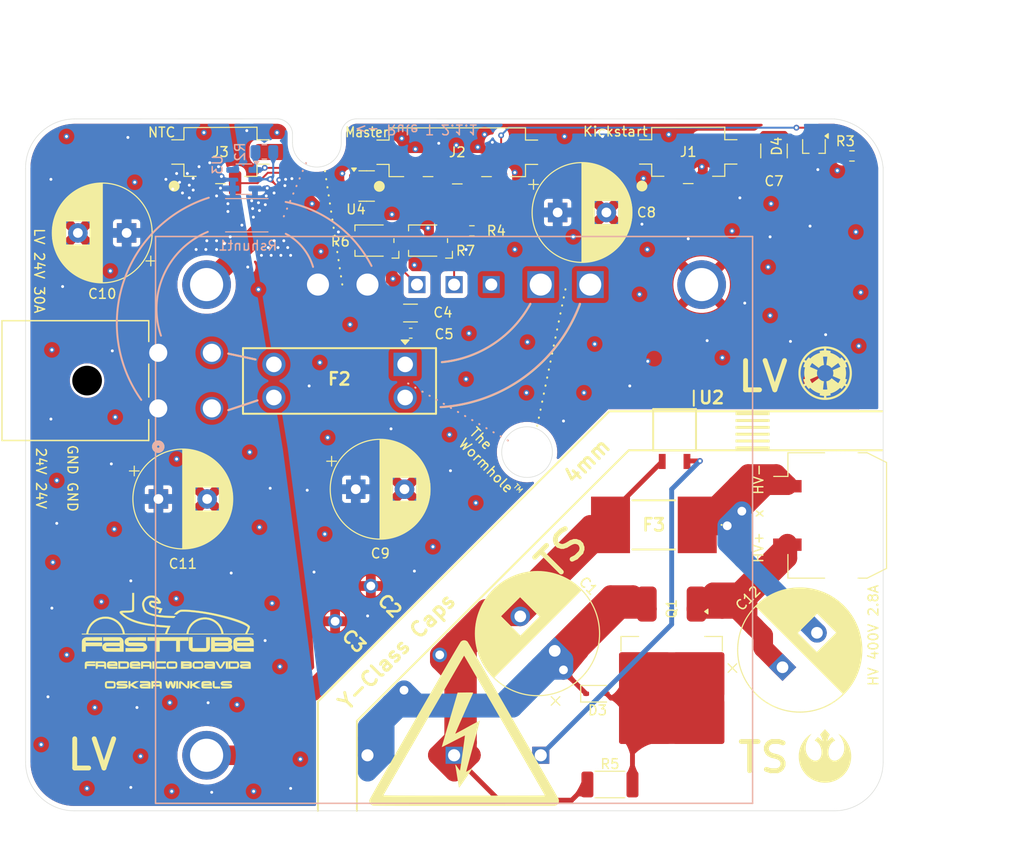
<source format=kicad_pcb>
(kicad_pcb
	(version 20240108)
	(generator "pcbnew")
	(generator_version "8.0")
	(general
		(thickness 1.6)
		(legacy_teardrops no)
	)
	(paper "A4")
	(layers
		(0 "F.Cu" mixed)
		(1 "In1.Cu" power "GND")
		(2 "In2.Cu" power "+24V")
		(31 "B.Cu" mixed)
		(32 "B.Adhes" user "B.Adhesive")
		(33 "F.Adhes" user "F.Adhesive")
		(34 "B.Paste" user)
		(35 "F.Paste" user)
		(36 "B.SilkS" user "B.Silkscreen")
		(37 "F.SilkS" user "F.Silkscreen")
		(38 "B.Mask" user)
		(39 "F.Mask" user)
		(40 "Dwgs.User" user "User.Drawings")
		(41 "Cmts.User" user "User.Comments")
		(42 "Eco1.User" user "User.Eco1")
		(43 "Eco2.User" user "User.Eco2")
		(44 "Edge.Cuts" user)
		(45 "Margin" user)
		(46 "B.CrtYd" user "B.Courtyard")
		(47 "F.CrtYd" user "F.Courtyard")
		(48 "B.Fab" user)
		(49 "F.Fab" user)
		(50 "User.1" user)
		(51 "User.2" user)
		(52 "User.3" user)
		(53 "User.4" user)
		(54 "User.5" user)
		(55 "User.6" user)
		(56 "User.7" user)
		(57 "User.8" user)
		(58 "User.9" user)
	)
	(setup
		(stackup
			(layer "F.SilkS"
				(type "Top Silk Screen")
			)
			(layer "F.Paste"
				(type "Top Solder Paste")
			)
			(layer "F.Mask"
				(type "Top Solder Mask")
				(thickness 0.01)
			)
			(layer "F.Cu"
				(type "copper")
				(thickness 0.035)
			)
			(layer "dielectric 1"
				(type "prepreg")
				(thickness 0.1)
				(material "FR4")
				(epsilon_r 4.5)
				(loss_tangent 0.02)
			)
			(layer "In1.Cu"
				(type "copper")
				(thickness 0.035)
			)
			(layer "dielectric 2"
				(type "core")
				(thickness 1.24)
				(material "FR4")
				(epsilon_r 4.5)
				(loss_tangent 0.02)
			)
			(layer "In2.Cu"
				(type "copper")
				(thickness 0.035)
			)
			(layer "dielectric 3"
				(type "prepreg")
				(thickness 0.1)
				(material "FR4")
				(epsilon_r 4.5)
				(loss_tangent 0.02)
			)
			(layer "B.Cu"
				(type "copper")
				(thickness 0.035)
			)
			(layer "B.Mask"
				(type "Bottom Solder Mask")
				(thickness 0.01)
			)
			(layer "B.Paste"
				(type "Bottom Solder Paste")
			)
			(layer "B.SilkS"
				(type "Bottom Silk Screen")
			)
			(copper_finish "None")
			(dielectric_constraints no)
		)
		(pad_to_mask_clearance 0)
		(allow_soldermask_bridges_in_footprints no)
		(pcbplotparams
			(layerselection 0x00010fc_ffffffff)
			(plot_on_all_layers_selection 0x0000000_00000000)
			(disableapertmacros no)
			(usegerberextensions no)
			(usegerberattributes yes)
			(usegerberadvancedattributes yes)
			(creategerberjobfile yes)
			(dashed_line_dash_ratio 12.000000)
			(dashed_line_gap_ratio 3.000000)
			(svgprecision 4)
			(plotframeref no)
			(viasonmask no)
			(mode 1)
			(useauxorigin no)
			(hpglpennumber 1)
			(hpglpenspeed 20)
			(hpglpendiameter 15.000000)
			(pdf_front_fp_property_popups yes)
			(pdf_back_fp_property_popups yes)
			(dxfpolygonmode yes)
			(dxfimperialunits yes)
			(dxfusepcbnewfont yes)
			(psnegative no)
			(psa4output no)
			(plotreference yes)
			(plotvalue yes)
			(plotfptext yes)
			(plotinvisibletext no)
			(sketchpadsonfab no)
			(subtractmaskfromsilk no)
			(outputformat 1)
			(mirror no)
			(drillshape 1)
			(scaleselection 1)
			(outputdirectory "")
		)
	)
	(net 0 "")
	(net 1 "/-VIN")
	(net 2 "GND")
	(net 3 "Net-(D4-Pad3)")
	(net 4 "/+VIN")
	(net 5 "Net-(R3-Pad2)")
	(net 6 "+3V3")
	(net 7 "/LV+")
	(net 8 "/3V_buttoncell")
	(net 9 "/TEMP_TSDCDC")
	(net 10 "/HV-in")
	(net 11 "/HV+in")
	(net 12 "/G")
	(net 13 "/~{EN}")
	(net 14 "/+Vout")
	(net 15 "/LV-")
	(net 16 "/LV_I_measure")
	(net 17 "/I_meas_weak")
	(net 18 "/+S")
	(net 19 "/TRM")
	(footprint "Capacitor_SMD:C_1210_3225Metric" (layer "F.Cu") (at 176.8 64.284177 -90))
	(footprint "Resistor_SMD:R_0603_1608Metric" (layer "F.Cu") (at 184.8 64.8))
	(footprint "footprints:VY1471M29Y5UC63V0" (layer "F.Cu") (at 131.762875 112.550234 -45))
	(footprint "footprints:rebellion" (layer "F.Cu") (at 182.03 126.37))
	(footprint "FaSTTUBe_connectors:Micro_Mate-N-Lok_2p_vertical" (layer "F.Cu") (at 168 64.384177 180))
	(footprint "Potentiometer_SMD:Potentiometer_Bourns_TC33X_Vertical" (layer "F.Cu") (at 141.2 73.484177 180))
	(footprint "Capacitor_THT:CP_Radial_D12.5mm_P5.00mm" (layer "F.Cu") (at 154.3 115.584177 135))
	(footprint "Capacitor_THT:CP_Radial_D10.0mm_P5.00mm" (layer "F.Cu") (at 110.367678 72.7 180))
	(footprint "footprints:0ACG5000TE" (layer "F.Cu") (at 164.475 102.659177 180))
	(footprint "FaSTTUBe_logos:FTLogo_small" (layer "F.Cu") (at 114.59 112.66))
	(footprint "Capacitor_SMD:C_1206_3216Metric" (layer "F.Cu") (at 139.5 80.921677))
	(footprint "footprints:VY1471M29Y5UC63V0" (layer "F.Cu") (at 142.5 116 135))
	(footprint "Capacitor_SMD:C_0603_1608Metric" (layer "F.Cu") (at 139.525 82.984177))
	(footprint "Diode_SMD:D_SOD-323" (layer "F.Cu") (at 158.575 119.984177))
	(footprint "Resistor_SMD:R_0603_1608Metric"
		(layer "F.Cu")
		(uuid "62b99e2b-034c-472b-b0f3-54f23f5d28a4")
		(at 145.8 72.484177 180)
		(descr "Resistor SMD 0603 (1608 Metric), square (rectangular) end terminal, IPC_7351 nominal, (Body size source: IPC-SM-782 page 72, https://www.pcb-3d.com/wordpress/wp-content/uploads/ipc-sm-782a_amendment_1_and_2.pdf), generated with kicad-footprint-generator")
		(tags "resistor")
		(property "Reference" "R4"
			(at -2.5 0 180)
			(layer "F.SilkS")
			(uuid "6de48419-024b-4a3d-8f6f-6fc0e6a4865d")
			(effects
				(font
					(size 1 1)
					(thickness 0.15)
				)
			)
		)
		(property "Value" "10k"
			(at 0 1.43 0)
			(layer "F.Fab")
			(hide yes)
			(uuid "63b9fb4b-f343-4be2-8bc3-0922afcf9a87")
			(effects
				(font
					(size 1 1)
					(thickness 0.15)
				)
			)
		)
		(property "Footprint" "Resistor_SMD:R_0603_1608Metric"
			(at 0 0 180)
			(unlocked yes)
			(layer "F.Fab")
			(hide yes)
			(uuid "adef3a26-a196-4d5a-8865-6645c8a1e60b")
			(effects
				(font
					(size 1.27 1.27)
					(thickness 0.15)
				)
			)
		)
		(property "Datasheet" ""
			(at 0 0 180)
			(unlocked yes)
			(layer "F.Fab")
			(hide yes)
			(uuid "ba471749-15a3-4879-8736-d41ba70405fc")
			(effects
				(font
					(size 1.27 1.27)
					(thickness 0.15)
				)
			)
		)
		(property "Description" "Resistor"
			(at 0 0 180)
			(unlocked yes)
			(layer "F.Fab")
			(hide yes)
			(uuid "2ebba581-c0ed-49cf-a742-1002addafc9f")
			(effects
				(font
					(size 1.27 1.27)
					(thickness 0.15)
				)
			)
		)
		(property ki_fp_filters "R_*")
		(path "/a79ec10d-024a-474e-8044-cc0265cb5bab")
		(sheetname "Root")
		(sheetfile "TDK_DCDC_pcb.kicad_sch")
		(attr smd)
		(fp_line
			(start -0.237258 0.5225)
			(end 0.237258 0.5225)
			(stroke
				(width 0.12)
				(type solid)
			)
			(layer "F.SilkS")
			(uuid "a539688f-aae4-41a7-8e28-ac42e4d93c0d")
		)
		(fp_line
			(start -0.237258 -0.5225)
			(end 0.237258 -0.5225)
			(stroke
				(width 0.12)
				(type solid)
			)
			(layer "F.SilkS")
			(uuid "47563804-ae7e-4ced-bee9-6dbae1b57919")
		)
		(fp_line
			(start 1.48 0.73)
			(end -1.48 0.73)
			(stroke
				(width 0.05)
				(type solid)
			)
			(layer "F.CrtYd")
			(uuid "7d0ad35a-dcf3-4c06-8269-6d4e5c35d503")
		)
		(fp_line
			(start 1.48 -0.73)
			(end 1.48 0.73)
			(stroke
				(width 0.05)
				(type solid)
			)
			(layer "F.CrtYd")
			(uuid "f2d80fb6-588f-4f6c-b487-56f7de898d12")
		)
		(fp_line
			(start -1.48 0.73)
			(end -1.48 -0.73)
			(stroke
				(width 0.05)
				(type solid)
			)
			(layer "F.CrtYd")
			(uuid "29dbc93d-2497-4475-9179-1e7a18acf46d")
		)
		(fp_line
			(start -1.48 -0.73)
			(end 1.48 -0.73)
			(stroke
				(width 0.05)
				(type solid)
			)
			(layer "F.CrtYd")
			(uuid "aed07dbf-75d5-4e88-b31b-68129c5c0b61")
		)
		(fp_line
			(start 0.8 0.4125)
			(end -0.8 0.4125)
			(stroke
				(width 0.1)
				(type solid)
			)
			(layer "F.Fab")
			(uuid "c9076445-6292-41da-8b8d-0a5f402a92a9")
		)
		(fp_line
			(start 0.8 -0.4125)
			(end 0.8 0.4125)
			(stroke
				(width 0.1)
				(type solid)
			)
			(layer "F.Fab")
			(uuid "a497ff21-f8aa-43bb-9f60-2db16c91a12d")
		)
		(fp_line
			(start -0.8 0.4125)
			(end -0.8 -0.4125)
			(stroke
				(width 0.1)
				(type solid)
			)
			(layer "F.Fab")
			(uuid "18e21242-17d0-4591-bf59-470a25ca2f3f")
		)
		(fp_line
			(start -0.8 -0.4125)
			(end 0.8 -0.4125)
			(stroke
				(width 0.1)
				(type solid)
			)
			(layer "F.Fab")
			(uuid "afa06f7b-4d28-4915-a31b-eee597ab5f89")
		)
		(pad "1" smd roundrect
			(at -0.825 0 180)
			(size 0.8 0.95)
			(layers "F.Cu" "F.Paste" "F.Mask")
			(roundrect_rratio 0.25)
			(net 6 "+3V3")
			(pintype "passive")
			(
... [1081192 chars truncated]
</source>
